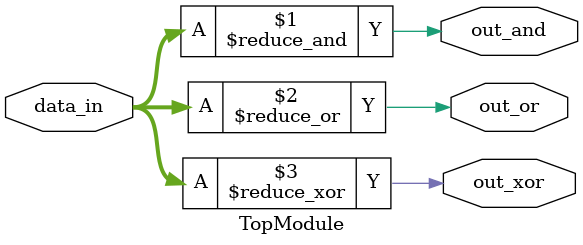
<source format=sv>
module TopModule (
    input logic [3:0] data_in,
    output logic out_and,
    output logic out_or,
    output logic out_xor
);

    // Combinational logic for out_and
    assign out_and = &data_in;

    // Combinational logic for out_or
    assign out_or = |data_in;

    // Combinational logic for out_xor
    assign out_xor = ^data_in;

endmodule
</source>
